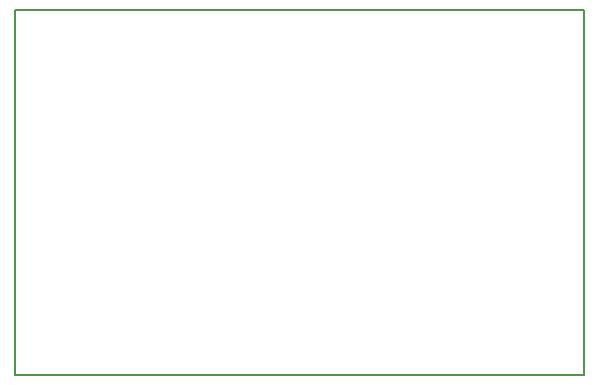
<source format=gbr>
%FSLAX46Y46*%
G04 Gerber Fmt 4.6, Leading zero omitted, Abs format (unit mm)*
G04 Created by KiCad (PCBNEW (2014-09-22 BZR 5144)-product) date 10/3/2014 22:36:59*
%MOMM*%
G01*
G04 APERTURE LIST*
%ADD10C,0.100000*%
%ADD11C,0.150000*%
G04 APERTURE END LIST*
D10*
D11*
X159600000Y-89000000D02*
X207800000Y-89000000D01*
X159600000Y-119900000D02*
X207800000Y-119900000D01*
X159600000Y-119900000D02*
X159600000Y-89000000D01*
X207800000Y-89000000D02*
X207800000Y-119900000D01*
M02*

</source>
